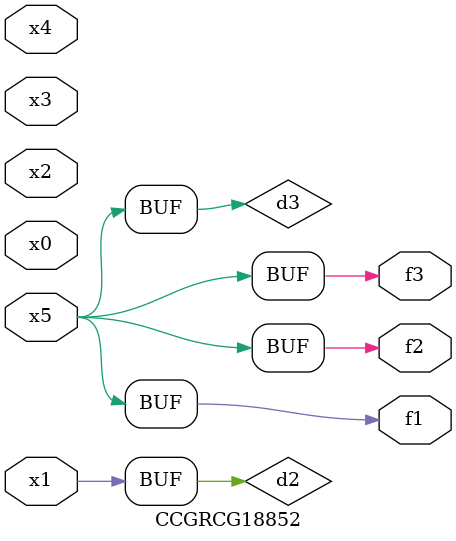
<source format=v>
module CCGRCG18852(
	input x0, x1, x2, x3, x4, x5,
	output f1, f2, f3
);

	wire d1, d2, d3;

	not (d1, x5);
	or (d2, x1);
	xnor (d3, d1);
	assign f1 = d3;
	assign f2 = d3;
	assign f3 = d3;
endmodule

</source>
